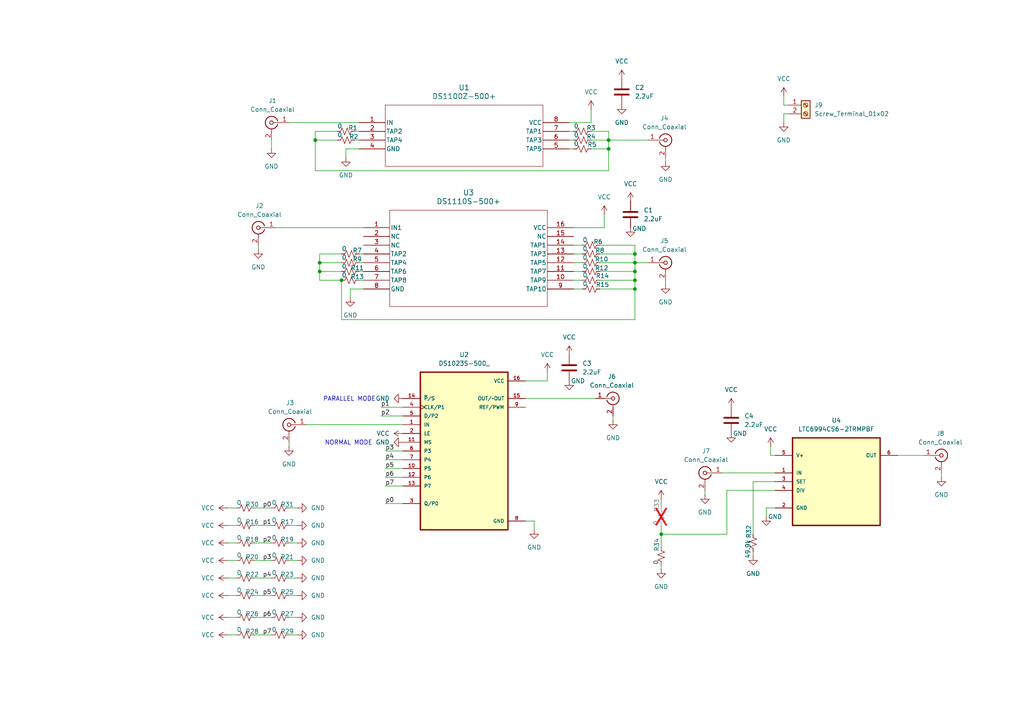
<source format=kicad_sch>
(kicad_sch (version 20231120) (generator "eeschema") (generator_version "8.0")
  (paper "A4")
  (lib_symbols
    (symbol "2024-07-08_22-24-57:DS1100Z-500+" (pin_names (offset 0.254))
      (property "Reference" "U" (at 30.48 10.16 0))
      (property "Value" "DS1100Z-500+" (at 30.48 7.62 0))
      (symbol "DS1100Z-500+_0_1"
        (polyline (pts (xy 7.62 -12.7) (xy 53.34 -12.7)) (stroke (width 0.127)))
        (polyline (pts (xy 7.62 5.08) (xy 7.62 -12.7)) (stroke (width 0.127)))
        (polyline (pts (xy 53.34 -12.7) (xy 53.34 5.08)) (stroke (width 0.127)))
        (polyline (pts (xy 53.34 5.08) (xy 7.62 5.08)) (stroke (width 0.127)))
        (pin input line (at 0 0 0) (length 7.62) (name "IN") (number "1"))
        (pin bidirectional line (at 0 -2.54 0) (length 7.62) (name "TAP2") (number "2"))
        (pin bidirectional line (at 0 -5.08 0) (length 7.62) (name "TAP4") (number "3"))
        (pin power_in line (at 0 -7.62 0) (length 7.62) (name "GND") (number "4"))
        (pin bidirectional line (at 60.96 -7.62 180) (length 7.62) (name "TAP5") (number "5"))
        (pin bidirectional line (at 60.96 -5.08 180) (length 7.62) (name "TAP3") (number "6"))
        (pin bidirectional line (at 60.96 -2.54 180) (length 7.62) (name "TAP1") (number "7"))
        (pin power_in line (at 60.96 0 180) (length 7.62) (name "VCC") (number "8"))
      )
    )
    (symbol "2024-07-08_22-31-41:DS1110S-500+" (pin_names (offset 0.254))
      (property "Reference" "U" (at 30.48 10.16 0))
      (property "Value" "DS1110S-500+" (at 30.48 7.62 0))
      (symbol "DS1110S-500+_0_1"
        (polyline (pts (xy 7.62 -22.86) (xy 53.34 -22.86)) (stroke (width 0.127)))
        (polyline (pts (xy 7.62 5.08) (xy 7.62 -22.86)) (stroke (width 0.127)))
        (polyline (pts (xy 53.34 -22.86) (xy 53.34 5.08)) (stroke (width 0.127)))
        (polyline (pts (xy 53.34 5.08) (xy 7.62 5.08)) (stroke (width 0.127)))
        (pin input line (at 0 0 0) (length 7.62) (name "IN1") (number "1"))
        (pin bidirectional line (at 60.96 -15.24 180) (length 7.62) (name "TAP9") (number "10"))
        (pin bidirectional line (at 60.96 -12.7 180) (length 7.62) (name "TAP7") (number "11"))
        (pin bidirectional line (at 60.96 -10.16 180) (length 7.62) (name "TAP5") (number "12"))
        (pin bidirectional line (at 60.96 -7.62 180) (length 7.62) (name "TAP3") (number "13"))
        (pin bidirectional line (at 60.96 -5.08 180) (length 7.62) (name "TAP1") (number "14"))
        (pin unspecified line (at 60.96 -2.54 180) (length 7.62) (name "NC") (number "15"))
        (pin power_in line (at 60.96 0 180) (length 7.62) (name "VCC") (number "16"))
        (pin unspecified line (at 0 -2.54 0) (length 7.62) (name "NC") (number "2"))
        (pin unspecified line (at 0 -5.08 0) (length 7.62) (name "NC") (number "3"))
        (pin bidirectional line (at 0 -7.62 0) (length 7.62) (name "TAP2") (number "4"))
        (pin bidirectional line (at 0 -10.16 0) (length 7.62) (name "TAP4") (number "5"))
        (pin bidirectional line (at 0 -12.7 0) (length 7.62) (name "TAP6") (number "6"))
        (pin bidirectional line (at 0 -15.24 0) (length 7.62) (name "TAP8") (number "7"))
        (pin power_in line (at 0 -17.78 0) (length 7.62) (name "GND") (number "8"))
        (pin bidirectional line (at 60.96 -17.78 180) (length 7.62) (name "TAP10") (number "9"))
      )
    )
    (symbol "Connector:Conn_Coaxial" (pin_names (offset 1.016) hide)
      (property "Reference" "J" (at 0.254 3.048 0))
      (property "Value" "Conn_Coaxial" (at 2.921 0 90))
      (symbol "Conn_Coaxial_0_1"
        (arc (start -1.778 -0.508) (mid 0.2311 -1.8066) (end 1.778 0) (stroke (width 0.254)))
        (polyline (pts (xy -2.54 0) (xy -0.508 0)))
        (polyline (pts (xy 0 -2.54) (xy 0 -1.778)))
        (circle (center 0 0) (radius 0.508) (stroke (width 0.2032)))
        (arc (start 1.778 0) (mid 0.2099 1.8101) (end -1.778 0.508) (stroke (width 0.254)))
      )
      (symbol "Conn_Coaxial_1_1"
        (pin passive line (at -5.08 0 0) (length 2.54) (name "In") (number "1"))
        (pin passive line (at 0 -5.08 90) (length 2.54) (name "Ext") (number "2"))
      )
    )
    (symbol "Connector:Screw_Terminal_01x02" (pin_names (offset 1.016) hide)
      (property "Reference" "J" (at 0 2.54 0))
      (property "Value" "Screw_Terminal_01x02" (at 0 -5.08 0))
      (symbol "Screw_Terminal_01x02_1_1"
        (rectangle (start -1.27 1.27) (end 1.27 -3.81) (stroke (width 0.254)) (fill (type background)))
        (circle (center 0 -2.54) (radius 0.635) (stroke (width 0.1524)))
        (polyline (pts (xy -0.5334 -2.2098) (xy 0.3302 -3.048)) (stroke (width 0.1524)))
        (polyline (pts (xy -0.5334 0.3302) (xy 0.3302 -0.508)) (stroke (width 0.1524)))
        (polyline (pts (xy -0.3556 -2.032) (xy 0.508 -2.8702)) (stroke (width 0.1524)))
        (polyline (pts (xy -0.3556 0.508) (xy 0.508 -0.3302)) (stroke (width 0.1524)))
        (circle (center 0 0) (radius 0.635) (stroke (width 0.1524)))
        (pin passive line (at -5.08 0 0) (length 3.81) (name "Pin_1") (number "1"))
        (pin passive line (at -5.08 -2.54 0) (length 3.81) (name "Pin_2") (number "2"))
      )
    )
    (symbol "DS1023S-500_:DS1023S-500_" (pin_names (offset 1.016))
      (property "Reference" "U" (at -12.7 23.86 0))
      (property "Value" "DS1023S-500_" (at -12.7 -26.86 0))
      (symbol "DS1023S-500__0_0"
        (rectangle (start -12.7 -22.86) (end 12.7 22.86) (stroke (width 0.41)) (fill (type background)))
        (pin input line (at -17.78 7.62 0) (length 5.08) (name "IN") (number "1"))
        (pin input line (at -17.78 -5.08 0) (length 5.08) (name "P5") (number "10"))
        (pin input line (at -17.78 2.54 0) (length 5.08) (name "MS") (number "11"))
        (pin input line (at -17.78 -7.62 0) (length 5.08) (name "P6") (number "12"))
        (pin input line (at -17.78 -10.16 0) (length 5.08) (name "P7") (number "13"))
        (pin input line (at -17.78 15.24 0) (length 5.08) (name "~{P}/S") (number "14"))
        (pin output line (at 17.78 15.24 180) (length 5.08) (name "OUT/~OUT") (number "15"))
        (pin power_in line (at 17.78 20.32 180) (length 5.08) (name "VCC") (number "16"))
        (pin input line (at -17.78 5.08 0) (length 5.08) (name "LE") (number "2"))
        (pin bidirectional line (at -17.78 -15.24 0) (length 5.08) (name "Q/P0") (number "3"))
        (pin input clock (at -17.78 12.7 0) (length 5.08) (name "CLK/P1") (number "4"))
        (pin input line (at -17.78 10.16 0) (length 5.08) (name "D/P2") (number "5"))
        (pin input line (at -17.78 0 0) (length 5.08) (name "P3") (number "6"))
        (pin input line (at -17.78 -2.54 0) (length 5.08) (name "P4") (number "7"))
        (pin power_in line (at 17.78 -20.32 180) (length 5.08) (name "GND") (number "8"))
        (pin output line (at 17.78 12.7 180) (length 5.08) (name "REF/PWM") (number "9"))
      )
    )
    (symbol "Device:C" (pin_numbers hide) (pin_names (offset 0.254))
      (property "Reference" "C" (at 0.635 2.54 0))
      (property "Value" "C" (at 0.635 -2.54 0))
      (symbol "C_0_1"
        (polyline (pts (xy -2.032 -0.762) (xy 2.032 -0.762)) (stroke (width 0.508)))
        (polyline (pts (xy -2.032 0.762) (xy 2.032 0.762)) (stroke (width 0.508)))
      )
      (symbol "C_1_1"
        (pin passive line (at 0 3.81 270) (length 2.794) (name "~") (number "1"))
        (pin passive line (at 0 -3.81 90) (length 2.794) (name "~") (number "2"))
      )
    )
    (symbol "Device:R_Small_US" (pin_numbers hide) (pin_names (offset 0.254) hide)
      (property "Reference" "R" (at 0.762 0.508 0))
      (property "Value" "R_Small_US" (at 0.762 -1.016 0))
      (symbol "R_Small_US_1_1"
        (polyline (pts (xy 0 0) (xy 1.016 -0.381) (xy 0 -0.762) (xy -1.016 -1.143) (xy 0 -1.524)))
        (polyline (pts (xy 0 1.524) (xy 1.016 1.143) (xy 0 0.762) (xy -1.016 0.381) (xy 0 0)))
        (pin passive line (at 0 2.54 270) (length 1.016) (name "~") (number "1"))
        (pin passive line (at 0 -2.54 90) (length 1.016) (name "~") (number "2"))
      )
    )
    (symbol "LTC6994CS6-2TRMPBF:LTC6994CS6-2TRMPBF" (pin_names (offset 1.016))
      (property "Reference" "U" (at -4.7326 12.8493 0))
      (property "Value" "LTC6994CS6-2TRMPBF" (at -6.4807 -20.3062 0))
      (symbol "LTC6994CS6-2TRMPBF_0_0"
        (rectangle (start -12.7 -15.24) (end 12.7 10.16) (stroke (width 0.4064)) (fill (type background)))
        (pin input line (at -17.78 0 0) (length 5.08) (name "IN") (number "1"))
        (pin passive line (at -17.78 -10.16 0) (length 5.08) (name "GND") (number "2"))
        (pin input line (at -17.78 -2.54 0) (length 5.08) (name "SET") (number "3"))
        (pin input line (at -17.78 -5.08 0) (length 5.08) (name "DIV") (number "4"))
        (pin power_in line (at -17.78 5.08 0) (length 5.08) (name "V+") (number "5"))
        (pin output line (at 17.78 5.08 180) (length 5.08) (name "OUT") (number "6"))
      )
    )
    (symbol "power:GND" (power) (pin_numbers hide) (pin_names (offset 0) hide)
      (property "Value" "GND" (at 0 -3.81 0))
      (symbol "GND_0_1"
        (polyline (pts (xy 0 0) (xy 0 -1.27) (xy 1.27 -1.27) (xy 0 -2.54) (xy -1.27 -1.27) (xy 0 -1.27)))
      )
      (symbol "GND_1_1"
        (pin power_in line (at 0 0 270) (length 0) (name "~") (number "1"))
      )
    )
    (symbol "power:VCC" (power) (pin_numbers hide) (pin_names (offset 0) hide)
      (property "Value" "VCC" (at 0 3.556 0))
      (symbol "VCC_0_1"
        (polyline (pts (xy -0.762 1.27) (xy 0 2.54)))
        (polyline (pts (xy 0 0) (xy 0 2.54)))
        (polyline (pts (xy 0 2.54) (xy 0.762 1.27)))
      )
      (symbol "VCC_1_1"
        (pin power_in line (at 0 0 90) (length 0) (name "~") (number "1"))
      )
    )
  )
  (junction (at 184.15 78.74))
  (junction (at 184.15 81.28))
  (junction (at 99.06 81.28))
  (junction (at 191.77 154.94))
  (junction (at 176.53 40.64))
  (junction (at 176.53 43.18))
  (junction (at 92.71 78.74))
  (junction (at 184.15 73.66))
  (junction (at 184.15 76.2))
  (junction (at 184.15 83.82))
  (junction (at 91.44 40.64))
  (junction (at 92.71 76.2))
  (wire (pts (xy 88.9 123.19) (xy 116.84 123.19)))
  (wire (pts (xy 83.82 184.15) (xy 86.36 184.15)))
  (wire (pts (xy 191.77 144.78) (xy 191.77 147.32)))
  (wire (pts (xy 99.06 81.28) (xy 99.06 92.71)))
  (wire (pts (xy 218.44 160.02) (xy 218.44 161.29)))
  (wire (pts (xy 102.87 40.64) (xy 104.14 40.64)))
  (wire (pts (xy 66.04 179.07) (xy 68.58 179.07)))
  (wire (pts (xy 176.53 38.1) (xy 176.53 40.64)))
  (wire (pts (xy 173.99 76.2) (xy 184.15 76.2)))
  (wire (pts (xy 171.45 31.75) (xy 171.45 35.56)))
  (wire (pts (xy 92.71 76.2) (xy 92.71 78.74)))
  (wire (pts (xy 73.66 162.56) (xy 78.74 162.56)))
  (wire (pts (xy 222.25 147.32) (xy 222.25 149.86)))
  (wire (pts (xy 111.76 130.81) (xy 116.84 130.81)))
  (wire (pts (xy 92.71 73.66) (xy 92.71 76.2)))
  (wire (pts (xy 99.06 73.66) (xy 92.71 73.66)))
  (wire (pts (xy 173.99 81.28) (xy 184.15 81.28)))
  (wire (pts (xy 175.26 66.04) (xy 166.37 66.04)))
  (wire (pts (xy 184.15 76.2) (xy 187.96 76.2)))
  (wire (pts (xy 166.37 71.12) (xy 168.91 71.12)))
  (wire (pts (xy 83.82 179.07) (xy 86.36 179.07)))
  (wire (pts (xy 191.77 154.94) (xy 210.82 154.94)))
  (wire (pts (xy 73.66 157.48) (xy 78.74 157.48)))
  (wire (pts (xy 99.06 81.28) (xy 92.71 81.28)))
  (wire (pts (xy 166.37 73.66) (xy 168.91 73.66)))
  (wire (pts (xy 224.79 147.32) (xy 222.25 147.32)))
  (wire (pts (xy 173.99 83.82) (xy 184.15 83.82)))
  (wire (pts (xy 165.1 40.64) (xy 166.37 40.64)))
  (wire (pts (xy 176.53 40.64) (xy 187.96 40.64)))
  (wire (pts (xy 175.26 62.23) (xy 175.26 66.04)))
  (wire (pts (xy 184.15 92.71) (xy 184.15 83.82)))
  (wire (pts (xy 166.37 81.28) (xy 168.91 81.28)))
  (wire (pts (xy 184.15 71.12) (xy 184.15 73.66)))
  (wire (pts (xy 83.82 128.27) (xy 83.82 129.54)))
  (wire (pts (xy 66.04 152.4) (xy 68.58 152.4)))
  (wire (pts (xy 92.71 78.74) (xy 99.06 78.74)))
  (wire (pts (xy 83.82 152.4) (xy 86.36 152.4)))
  (wire (pts (xy 166.37 76.2) (xy 168.91 76.2)))
  (wire (pts (xy 177.8 120.65) (xy 177.8 121.92)))
  (wire (pts (xy 73.66 147.32) (xy 78.74 147.32)))
  (wire (pts (xy 73.66 179.07) (xy 78.74 179.07)))
  (wire (pts (xy 227.33 30.48) (xy 227.33 27.94)))
  (wire (pts (xy 104.14 73.66) (xy 105.41 73.66)))
  (wire (pts (xy 210.82 142.24) (xy 224.79 142.24)))
  (wire (pts (xy 73.66 152.4) (xy 78.74 152.4)))
  (wire (pts (xy 66.04 184.15) (xy 68.58 184.15)))
  (wire (pts (xy 176.53 43.18) (xy 176.53 40.64)))
  (wire (pts (xy 104.14 76.2) (xy 105.41 76.2)))
  (wire (pts (xy 210.82 142.24) (xy 210.82 154.94)))
  (wire (pts (xy 228.6 30.48) (xy 227.33 30.48)))
  (wire (pts (xy 158.75 107.95) (xy 158.75 110.49)))
  (wire (pts (xy 110.49 120.65) (xy 116.84 120.65)))
  (wire (pts (xy 218.44 139.7) (xy 218.44 154.94)))
  (wire (pts (xy 83.82 147.32) (xy 86.36 147.32)))
  (wire (pts (xy 83.82 172.72) (xy 86.36 172.72)))
  (wire (pts (xy 191.77 163.83) (xy 191.77 165.1)))
  (wire (pts (xy 166.37 78.74) (xy 168.91 78.74)))
  (wire (pts (xy 171.45 35.56) (xy 165.1 35.56)))
  (wire (pts (xy 158.75 110.49) (xy 152.4 110.49)))
  (wire (pts (xy 100.33 43.18) (xy 100.33 45.72)))
  (wire (pts (xy 83.82 162.56) (xy 86.36 162.56)))
  (wire (pts (xy 91.44 38.1) (xy 91.44 40.64)))
  (wire (pts (xy 91.44 40.64) (xy 97.79 40.64)))
  (wire (pts (xy 171.45 43.18) (xy 176.53 43.18)))
  (wire (pts (xy 105.41 83.82) (xy 101.6 83.82)))
  (wire (pts (xy 184.15 76.2) (xy 184.15 73.66)))
  (wire (pts (xy 111.76 146.05) (xy 116.84 146.05)))
  (wire (pts (xy 166.37 83.82) (xy 168.91 83.82)))
  (wire (pts (xy 99.06 92.71) (xy 184.15 92.71)))
  (wire (pts (xy 171.45 38.1) (xy 176.53 38.1)))
  (wire (pts (xy 83.82 167.64) (xy 86.36 167.64)))
  (wire (pts (xy 191.77 154.94) (xy 191.77 158.75)))
  (wire (pts (xy 92.71 76.2) (xy 99.06 76.2)))
  (wire (pts (xy 91.44 40.64) (xy 91.44 49.53)))
  (wire (pts (xy 97.79 38.1) (xy 91.44 38.1)))
  (wire (pts (xy 104.14 78.74) (xy 105.41 78.74)))
  (wire (pts (xy 184.15 81.28) (xy 184.15 78.74)))
  (wire (pts (xy 209.55 137.16) (xy 224.79 137.16)))
  (wire (pts (xy 111.76 140.97) (xy 116.84 140.97)))
  (wire (pts (xy 92.71 78.74) (xy 92.71 81.28)))
  (wire (pts (xy 184.15 78.74) (xy 184.15 76.2)))
  (wire (pts (xy 111.76 138.43) (xy 116.84 138.43)))
  (wire (pts (xy 111.76 133.35) (xy 116.84 133.35)))
  (wire (pts (xy 184.15 83.82) (xy 184.15 81.28)))
  (wire (pts (xy 165.1 38.1) (xy 166.37 38.1)))
  (wire (pts (xy 66.04 162.56) (xy 68.58 162.56)))
  (wire (pts (xy 260.35 132.08) (xy 267.97 132.08)))
  (wire (pts (xy 66.04 157.48) (xy 68.58 157.48)))
  (wire (pts (xy 191.77 152.4) (xy 191.77 154.94)))
  (wire (pts (xy 73.66 167.64) (xy 78.74 167.64)))
  (wire (pts (xy 101.6 83.82) (xy 101.6 86.36)))
  (wire (pts (xy 91.44 49.53) (xy 176.53 49.53)))
  (wire (pts (xy 154.94 151.13) (xy 154.94 153.67)))
  (wire (pts (xy 66.04 147.32) (xy 68.58 147.32)))
  (wire (pts (xy 227.33 33.02) (xy 227.33 35.56)))
  (wire (pts (xy 171.45 40.64) (xy 176.53 40.64)))
  (wire (pts (xy 152.4 115.57) (xy 172.72 115.57)))
  (wire (pts (xy 83.82 35.56) (xy 104.14 35.56)))
  (wire (pts (xy 228.6 33.02) (xy 227.33 33.02)))
  (wire (pts (xy 104.14 43.18) (xy 100.33 43.18)))
  (wire (pts (xy 173.99 78.74) (xy 184.15 78.74)))
  (wire (pts (xy 224.79 139.7) (xy 218.44 139.7)))
  (wire (pts (xy 152.4 151.13) (xy 154.94 151.13)))
  (wire (pts (xy 104.14 81.28) (xy 105.41 81.28)))
  (wire (pts (xy 173.99 71.12) (xy 184.15 71.12)))
  (wire (pts (xy 111.76 135.89) (xy 116.84 135.89)))
  (wire (pts (xy 66.04 167.64) (xy 68.58 167.64)))
  (wire (pts (xy 204.47 142.24) (xy 204.47 143.51)))
  (wire (pts (xy 193.04 81.28) (xy 193.04 82.55)))
  (wire (pts (xy 80.01 66.04) (xy 105.41 66.04)))
  (wire (pts (xy 110.49 118.11) (xy 116.84 118.11)))
  (wire (pts (xy 273.05 137.16) (xy 273.05 138.43)))
  (wire (pts (xy 83.82 157.48) (xy 86.36 157.48)))
  (wire (pts (xy 74.93 71.12) (xy 74.93 72.39)))
  (wire (pts (xy 193.04 45.72) (xy 193.04 46.99)))
  (wire (pts (xy 223.52 132.08) (xy 223.52 129.54)))
  (wire (pts (xy 66.04 172.72) (xy 68.58 172.72)))
  (wire (pts (xy 102.87 38.1) (xy 104.14 38.1)))
  (wire (pts (xy 165.1 43.18) (xy 166.37 43.18)))
  (wire (pts (xy 173.99 73.66) (xy 184.15 73.66)))
  (wire (pts (xy 73.66 184.15) (xy 78.74 184.15)))
  (wire (pts (xy 78.74 40.64) (xy 78.74 43.18)))
  (wire (pts (xy 176.53 49.53) (xy 176.53 43.18)))
  (wire (pts (xy 223.52 132.08) (xy 224.79 132.08)))
  (wire (pts (xy 73.66 172.72) (xy 78.74 172.72)))
  (text "NORMAL MODE" (at 101.092 128.524 0) (effects (font (size 1.27 1.27))))
  (text "PARALLEL MODE" (at 101.346 115.824 0) (effects (font (size 1.27 1.27))))
  (label "p2" (at 76.2 157.48 0))
  (label "p0" (at 111.76 146.05 0))
  (label "p3" (at 76.2 162.56 0))
  (label "p4" (at 111.76 133.35 0))
  (label "p6" (at 111.76 138.43 0))
  (label "p7" (at 76.2 184.15 0))
  (label "p3" (at 111.76 130.81 0))
  (label "p2" (at 110.49 120.65 0))
  (label "p0" (at 76.2 147.32 0))
  (label "p1" (at 110.49 118.11 0))
  (label "p7" (at 111.76 140.97 0))
  (label "p5" (at 111.76 135.89 0))
  (label "p4" (at 76.2 167.64 0))
  (label "p6" (at 76.2 179.07 0))
  (label "p1" (at 76.2 152.4 0))
  (label "p5" (at 76.2 172.72 0))
  (symbol (lib_id "power:GND") (at 74.93 72.39 0) (unit 1)
    (property "Reference" "#PWR02" (effects (hide yes)))
    (property "Value" "GND" (at 74.93 77.47 0))
    (property "Description" "Power symbol creates a global label with name \"GND\" , ground" (effects (hide yes)))
  )
  (symbol (lib_id "power:GND") (at 116.84 128.27 270) (unit 1)
    (property "Reference" "#PWR013" (effects (hide yes)))
    (property "Value" "GND" (at 113.03 128.2699 90) (effects (justify right)))
    (property "Description" "Power symbol creates a global label with name \"GND\" , ground" (effects (hide yes)))
  )
  (symbol (lib_id "Device:R_Small_US") (at 218.44 157.48 180) (unit 1)
    (property "Reference" "R32" (at 217.17 154.178 90))
    (property "Value" "49.9k" (at 216.916 159.258 90))
    (property "Footprint" "Resistor_SMD:R_0603_1608Metric" (effects (hide yes)))
    (property "Description" "Resistor, small US symbol" (effects (hide yes)))
  )
  (symbol (lib_id "Device:R_Small_US") (at 81.28 152.4 90) (unit 1)
    (property "Reference" "R17" (at 83.312 151.384 90))
    (property "Value" "0" (at 79.502 150.876 90))
    (property "Footprint" "Resistor_SMD:R_0603_1608Metric" (effects (hide yes)))
    (property "Description" "Resistor, small US symbol" (effects (hide yes)))
  )
  (symbol (lib_id "Device:R_Small_US") (at 71.12 157.48 90) (unit 1)
    (property "Reference" "R18" (at 73.152 156.464 90))
    (property "Value" "0" (at 69.342 155.956 90))
    (property "Footprint" "Resistor_SMD:R_0603_1608Metric" (effects (hide yes)))
    (property "Description" "Resistor, small US symbol" (effects (hide yes)))
  )
  (symbol (lib_id "power:VCC") (at 165.1 102.87 0) (unit 1)
    (property "Reference" "#PWR016" (effects (hide yes)))
    (property "Value" "VCC" (at 165.1 97.79 0))
    (property "Description" "Power symbol creates a global label with name \"VCC\"" (effects (hide yes)))
  )
  (symbol (lib_id "Device:R_Small_US") (at 71.12 179.07 90) (unit 1)
    (property "Reference" "R26" (at 73.152 178.054 90))
    (property "Value" "0" (at 69.342 177.546 90))
    (property "Footprint" "Resistor_SMD:R_0603_1608Metric" (effects (hide yes)))
    (property "Description" "Resistor, small US symbol" (effects (hide yes)))
  )
  (symbol (lib_id "Device:R_Small_US") (at 171.45 83.82 90) (unit 1)
    (property "Reference" "R15" (at 174.752 82.55 90))
    (property "Value" "0" (at 169.672 82.296 90))
    (property "Footprint" "Resistor_SMD:R_0603_1608Metric" (effects (hide yes)))
    (property "Description" "Resistor, small US symbol" (effects (hide yes)))
  )
  (symbol (lib_id "Device:R_Small_US") (at 171.45 71.12 90) (unit 1)
    (property "Reference" "R6" (at 173.482 70.104 90))
    (property "Value" "0" (at 169.672 69.596 90))
    (property "Footprint" "Resistor_SMD:R_0603_1608Metric" (effects (hide yes)))
    (property "Description" "Resistor, small US symbol" (effects (hide yes)))
  )
  (symbol (lib_id "power:GND") (at 86.36 162.56 90) (unit 1)
    (property "Reference" "#PWR027" (effects (hide yes)))
    (property "Value" "GND" (at 90.17 162.5599 90) (effects (justify right)))
    (property "Description" "Power symbol creates a global label with name \"GND\" , ground" (effects (hide yes)))
  )
  (symbol (lib_id "power:GND") (at 204.47 143.51 0) (unit 1)
    (property "Reference" "#PWR041" (effects (hide yes)))
    (property "Value" "GND" (at 204.47 148.59 0))
    (property "Description" "Power symbol creates a global label with name \"GND\" , ground" (effects (hide yes)))
  )
  (symbol (lib_id "power:GND") (at 182.88 66.04 0) (unit 1)
    (property "Reference" "#PWR019" (effects (hide yes)))
    (property "Value" "GND" (at 185.42 66.294 0))
    (property "Description" "Power symbol creates a global label with name \"GND\" , ground" (effects (hide yes)))
  )
  (symbol (lib_id "power:VCC") (at 182.88 58.42 0) (unit 1)
    (property "Reference" "#PWR018" (effects (hide yes)))
    (property "Value" "VCC" (at 182.88 53.34 0))
    (property "Description" "Power symbol creates a global label with name \"VCC\"" (effects (hide yes)))
  )
  (symbol (lib_id "power:VCC") (at 191.77 144.78 0) (unit 1)
    (property "Reference" "#PWR046" (effects (hide yes)))
    (property "Value" "VCC" (at 191.77 139.7 0))
    (property "Description" "Power symbol creates a global label with name \"VCC\"" (effects (hide yes)))
  )
  (symbol (lib_id "power:GND") (at 86.36 157.48 90) (unit 1)
    (property "Reference" "#PWR025" (effects (hide yes)))
    (property "Value" "GND" (at 90.17 157.4799 90) (effects (justify right)))
    (property "Description" "Power symbol creates a global label with name \"GND\" , ground" (effects (hide yes)))
  )
  (symbol (lib_id "Device:C") (at 180.34 26.67 0) (unit 1)
    (property "Reference" "C2" (at 184.15 25.3999 0) (effects (justify left)))
    (property "Value" "2.2uF" (at 184.15 27.9399 0) (effects (justify left)))
    (property "Footprint" "Capacitor_SMD:C_0805_2012Metric" (effects (hide yes)))
    (property "Description" "Unpolarized capacitor" (effects (hide yes)))
  )
  (symbol (lib_id "power:GND") (at 86.36 147.32 90) (unit 1)
    (property "Reference" "#PWR037" (effects (hide yes)))
    (property "Value" "GND" (at 90.17 147.3199 90) (effects (justify right)))
    (property "Description" "Power symbol creates a global label with name \"GND\" , ground" (effects (hide yes)))
  )
  (symbol (lib_id "Device:R_Small_US") (at 81.28 147.32 90) (unit 1)
    (property "Reference" "R31" (at 83.312 146.304 90))
    (property "Value" "0" (at 79.502 145.796 90))
    (property "Footprint" "Resistor_SMD:R_0603_1608Metric" (effects (hide yes)))
    (property "Description" "Resistor, small US symbol" (effects (hide yes)))
  )
  (symbol (lib_id "Device:R_Small_US") (at 81.28 162.56 90) (unit 1)
    (property "Reference" "R21" (at 83.312 161.544 90))
    (property "Value" "0" (at 79.502 161.036 90))
    (property "Footprint" "Resistor_SMD:R_0603_1608Metric" (effects (hide yes)))
    (property "Description" "Resistor, small US symbol" (effects (hide yes)))
  )
  (symbol (lib_id "Device:R_Small_US") (at 101.6 81.28 90) (unit 1)
    (property "Reference" "R13" (at 103.632 80.264 90))
    (property "Value" "0" (at 99.822 79.756 90))
    (property "Footprint" "Resistor_SMD:R_0603_1608Metric" (effects (hide yes)))
    (property "Description" "Resistor, small US symbol" (effects (hide yes)))
  )
  (symbol (lib_id "power:GND") (at 100.33 45.72 0) (unit 1)
    (property "Reference" "#PWR04" (effects (hide yes)))
    (property "Value" "GND" (at 100.33 50.8 0))
    (property "Description" "Power symbol creates a global label with name \"GND\" , ground" (effects (hide yes)))
  )
  (symbol (lib_id "power:VCC") (at 66.04 147.32 90) (unit 1)
    (property "Reference" "#PWR036" (effects (hide yes)))
    (property "Value" "VCC" (at 62.23 147.3199 90) (effects (justify left)))
    (property "Description" "Power symbol creates a global label with name \"VCC\"" (effects (hide yes)))
  )
  (symbol (lib_id "power:GND") (at 116.84 115.57 270) (unit 1)
    (property "Reference" "#PWR012" (effects (hide yes)))
    (property "Value" "GND" (at 113.03 115.5699 90) (effects (justify right)))
    (property "Description" "Power symbol creates a global label with name \"GND\" , ground" (effects (hide yes)))
  )
  (symbol (lib_id "power:VCC") (at 180.34 22.86 0) (unit 1)
    (property "Reference" "#PWR020" (effects (hide yes)))
    (property "Value" "VCC" (at 180.34 17.78 0))
    (property "Description" "Power symbol creates a global label with name \"VCC\"" (effects (hide yes)))
  )
  (symbol (lib_id "power:VCC") (at 66.04 184.15 90) (unit 1)
    (property "Reference" "#PWR034" (effects (hide yes)))
    (property "Value" "VCC" (at 62.23 184.1499 90) (effects (justify left)))
    (property "Description" "Power symbol creates a global label with name \"VCC\"" (effects (hide yes)))
  )
  (symbol (lib_id "Device:R_Small_US") (at 100.33 40.64 90) (unit 1)
    (property "Reference" "R2" (at 102.616 39.624 90))
    (property "Value" "0" (at 98.552 39.116 90))
    (property "Footprint" "Resistor_SMD:R_0603_1608Metric" (effects (hide yes)))
    (property "Description" "Resistor, small US symbol" (effects (hide yes)))
  )
  (symbol (lib_id "Connector:Conn_Coaxial") (at 273.05 132.08 0) (unit 1)
    (property "Reference" "J8" (at 272.7326 125.73 0))
    (property "Value" "Conn_Coaxial" (at 272.7326 128.27 0))
    (property "Footprint" "Connector_Coaxial:SMA_Amphenol_901-144_Vertical" (effects (hide yes)))
    (property "Datasheet" " ~" (effects (hide yes)))
    (property "Description" "coaxial connector (BNC, SMA, SMB, SMC, Cinch/RCA, LEMO, ...)" (effects (hide yes)))
  )
  (symbol (lib_id "Connector:Conn_Coaxial") (at 204.47 137.16 0) (mirror y) (unit 1)
    (property "Reference" "J7" (at 204.7874 130.81 0))
    (property "Value" "Conn_Coaxial" (at 204.7874 133.35 0))
    (property "Footprint" "Connector_Coaxial:SMA_Amphenol_901-144_Vertical" (effects (hide yes)))
    (property "Datasheet" " ~" (effects (hide yes)))
    (property "Description" "coaxial connector (BNC, SMA, SMB, SMC, Cinch/RCA, LEMO, ...)" (effects (hide yes)))
  )
  (symbol (lib_id "power:GND") (at 86.36 179.07 90) (unit 1)
    (property "Reference" "#PWR033" (effects (hide yes)))
    (property "Value" "GND" (at 90.17 179.0699 90) (effects (justify right)))
    (property "Description" "Power symbol creates a global label with name \"GND\" , ground" (effects (hide yes)))
  )
  (symbol (lib_id "power:GND") (at 227.33 35.56 0) (unit 1)
    (property "Reference" "#PWR048" (effects (hide yes)))
    (property "Value" "GND" (at 227.33 40.64 0))
    (property "Description" "Power symbol creates a global label with name \"GND\" , ground" (effects (hide yes)))
  )
  (symbol (lib_id "power:GND") (at 177.8 121.92 0) (unit 1)
    (property "Reference" "#PWR015" (effects (hide yes)))
    (property "Value" "GND" (at 177.8 127 0))
    (property "Description" "Power symbol creates a global label with name \"GND\" , ground" (effects (hide yes)))
  )
  (symbol (lib_id "power:GND") (at 83.82 129.54 0) (unit 1)
    (property "Reference" "#PWR03" (effects (hide yes)))
    (property "Value" "GND" (at 83.82 134.62 0))
    (property "Description" "Power symbol creates a global label with name \"GND\" , ground" (effects (hide yes)))
  )
  (symbol (lib_id "power:GND") (at 165.1 110.49 0) (unit 1)
    (property "Reference" "#PWR017" (effects (hide yes)))
    (property "Value" "GND" (at 167.64 110.49 0))
    (property "Description" "Power symbol creates a global label with name \"GND\" , ground" (effects (hide yes)))
  )
  (symbol (lib_id "Connector:Conn_Coaxial") (at 193.04 40.64 0) (unit 1)
    (property "Reference" "J4" (at 192.7226 34.29 0))
    (property "Value" "Conn_Coaxial" (at 192.7226 36.83 0))
    (property "Footprint" "Connector_Coaxial:SMA_Amphenol_901-144_Vertical" (effects (hide yes)))
    (property "Datasheet" " ~" (effects (hide yes)))
    (property "Description" "coaxial connector (BNC, SMA, SMB, SMC, Cinch/RCA, LEMO, ...)" (effects (hide yes)))
  )
  (symbol (lib_id "Device:R_Small_US") (at 71.12 172.72 90) (unit 1)
    (property "Reference" "R24" (at 73.152 171.704 90))
    (property "Value" "0" (at 69.342 171.196 90))
    (property "Footprint" "Resistor_SMD:R_0603_1608Metric" (effects (hide yes)))
    (property "Description" "Resistor, small US symbol" (effects (hide yes)))
  )
  (symbol (lib_id "Connector:Conn_Coaxial") (at 83.82 123.19 0) (mirror y) (unit 1)
    (property "Reference" "J3" (at 84.1374 116.84 0))
    (property "Value" "Conn_Coaxial" (at 84.1374 119.38 0))
    (property "Footprint" "Connector_Coaxial:SMA_Amphenol_901-144_Vertical" (effects (hide yes)))
    (property "Datasheet" " ~" (effects (hide yes)))
    (property "Description" "coaxial connector (BNC, SMA, SMB, SMC, Cinch/RCA, LEMO, ...)" (effects (hide yes)))
  )
  (symbol (lib_id "power:VCC") (at 66.04 152.4 90) (unit 1)
    (property "Reference" "#PWR022" (effects (hide yes)))
    (property "Value" "VCC" (at 62.23 152.3999 90) (effects (justify left)))
    (property "Description" "Power symbol creates a global label with name \"VCC\"" (effects (hide yes)))
  )
  (symbol (lib_id "power:GND") (at 212.09 125.73 0) (unit 1)
    (property "Reference" "#PWR039" (effects (hide yes)))
    (property "Value" "GND" (at 214.63 125.73 0))
    (property "Description" "Power symbol creates a global label with name \"GND\" , ground" (effects (hide yes)))
  )
  (symbol (lib_id "Connector:Conn_Coaxial") (at 193.04 76.2 0) (unit 1)
    (property "Reference" "J5" (at 192.7226 69.85 0))
    (property "Value" "Conn_Coaxial" (at 192.7226 72.39 0))
    (property "Footprint" "Connector_Coaxial:SMA_Amphenol_901-144_Vertical" (effects (hide yes)))
    (property "Datasheet" " ~" (effects (hide yes)))
    (property "Description" "coaxial connector (BNC, SMA, SMB, SMC, Cinch/RCA, LEMO, ...)" (effects (hide yes)))
  )
  (symbol (lib_id "power:GND") (at 191.77 165.1 0) (unit 1)
    (property "Reference" "#PWR045" (effects (hide yes)))
    (property "Value" "GND" (at 191.77 170.18 0))
    (property "Description" "Power symbol creates a global label with name \"GND\" , ground" (effects (hide yes)))
  )
  (symbol (lib_id "Device:R_Small_US") (at 191.77 149.86 180) (unit 1) (dnp yes)
    (property "Reference" "R33" (at 190.5 146.558 90))
    (property "Value" "0" (at 190.246 151.638 90))
    (property "Footprint" "Resistor_SMD:R_0603_1608Metric" (effects (hide yes)))
    (property "Description" "Resistor, small US symbol" (effects (hide yes)))
  )
  (symbol (lib_id "power:VCC") (at 66.04 157.48 90) (unit 1)
    (property "Reference" "#PWR024" (effects (hide yes)))
    (property "Value" "VCC" (at 62.23 157.4799 90) (effects (justify left)))
    (property "Description" "Power symbol creates a global label with name \"VCC\"" (effects (hide yes)))
  )
  (symbol (lib_id "power:VCC") (at 66.04 167.64 90) (unit 1)
    (property "Reference" "#PWR028" (effects (hide yes)))
    (property "Value" "VCC" (at 62.23 167.6399 90) (effects (justify left)))
    (property "Description" "Power symbol creates a global label with name \"VCC\"" (effects (hide yes)))
  )
  (symbol (lib_id "Connector:Conn_Coaxial") (at 74.93 66.04 0) (mirror y) (unit 1)
    (property "Reference" "J2" (at 75.2474 59.69 0))
    (property "Value" "Conn_Coaxial" (at 75.2474 62.23 0))
    (property "Footprint" "Connector_Coaxial:SMA_Amphenol_901-144_Vertical" (effects (hide yes)))
    (property "Datasheet" " ~" (effects (hide yes)))
    (property "Description" "coaxial connector (BNC, SMA, SMB, SMC, Cinch/RCA, LEMO, ...)" (effects (hide yes)))
  )
  (symbol (lib_id "Device:R_Small_US") (at 71.12 147.32 90) (unit 1)
    (property "Reference" "R30" (at 73.152 146.304 90))
    (property "Value" "0" (at 69.342 145.796 90))
    (property "Footprint" "Resistor_SMD:R_0603_1608Metric" (effects (hide yes)))
    (property "Description" "Resistor, small US symbol" (effects (hide yes)))
  )
  (symbol (lib_id "Device:R_Small_US") (at 101.6 76.2 90) (unit 1)
    (property "Reference" "R9" (at 103.632 75.184 90))
    (property "Value" "0" (at 99.822 74.676 90))
    (property "Footprint" "Resistor_SMD:R_0603_1608Metric" (effects (hide yes)))
    (property "Description" "Resistor, small US symbol" (effects (hide yes)))
  )
  (symbol (lib_id "Device:R_Small_US") (at 191.77 161.29 180) (unit 1)
    (property "Reference" "R34" (at 190.5 157.988 90))
    (property "Value" "0" (at 190.246 163.068 90))
    (property "Footprint" "Resistor_SMD:R_0603_1608Metric" (effects (hide yes)))
    (property "Description" "Resistor, small US symbol" (effects (hide yes)))
  )
  (symbol (lib_id "LTC6994CS6-2TRMPBF:LTC6994CS6-2TRMPBF") (at 242.57 137.16 0) (unit 1)
    (property "Reference" "U4" (at 242.57 121.92 0))
    (property "Value" "LTC6994CS6-2TRMPBF" (at 242.57 124.46 0))
    (property "Footprint" "footprints:SOT95P280X100-6N" (effects (hide yes)))
    (property "MPN" "LTC6994CS6-2#TRMPBF" (effects (hide yes)))
    (property "OC_FARNELL" "1848061" (effects (hide yes)))
    (property "OC_NEWARK" "24T2709" (effects (hide yes)))
    (property "SUPPLIER" "Linear Technology" (effects (hide yes)))
    (property "PACKAGE" "TSOT-23-6" (effects (hide yes)))
  )
  (symbol (lib_id "power:VCC") (at 158.75 107.95 0) (unit 1)
    (property "Reference" "#PWR07" (effects (hide yes)))
    (property "Value" "VCC" (at 158.75 102.87 0))
    (property "Description" "Power symbol creates a global label with name \"VCC\"" (effects (hide yes)))
  )
  (symbol (lib_id "Connector:Conn_Coaxial") (at 177.8 115.57 0) (unit 1)
    (property "Reference" "J6" (at 177.4826 109.22 0))
    (property "Value" "Conn_Coaxial" (at 177.4826 111.76 0))
    (property "Footprint" "Connector_Coaxial:SMA_Amphenol_901-144_Vertical" (effects (hide yes)))
    (property "Datasheet" " ~" (effects (hide yes)))
    (property "Description" "coaxial connector (BNC, SMA, SMB, SMC, Cinch/RCA, LEMO, ...)" (effects (hide yes)))
  )
  (symbol (lib_id "power:VCC") (at 175.26 62.23 0) (unit 1)
    (property "Reference" "#PWR06" (effects (hide yes)))
    (property "Value" "VCC" (at 175.26 57.15 0))
    (property "Description" "Power symbol creates a global label with name \"VCC\"" (effects (hide yes)))
  )
  (symbol (lib_id "power:VCC") (at 227.33 27.94 0) (unit 1)
    (property "Reference" "#PWR047" (effects (hide yes)))
    (property "Value" "VCC" (at 227.33 22.86 0))
    (property "Description" "Power symbol creates a global label with name \"VCC\"" (effects (hide yes)))
  )
  (symbol (lib_id "Device:R_Small_US") (at 171.45 78.74 90) (unit 1)
    (property "Reference" "R12" (at 174.498 77.724 90))
    (property "Value" "0" (at 169.672 77.216 90))
    (property "Footprint" "Resistor_SMD:R_0603_1608Metric" (effects (hide yes)))
    (property "Description" "Resistor, small US symbol" (effects (hide yes)))
  )
  (symbol (lib_id "power:VCC") (at 212.09 118.11 0) (unit 1)
    (property "Reference" "#PWR038" (effects (hide yes)))
    (property "Value" "VCC" (at 212.09 113.03 0))
    (property "Description" "Power symbol creates a global label with name \"VCC\"" (effects (hide yes)))
  )
  (symbol (lib_id "Device:R_Small_US") (at 71.12 184.15 90) (unit 1)
    (property "Reference" "R28" (at 73.152 183.134 90))
    (property "Value" "0" (at 69.342 182.626 90))
    (property "Footprint" "Resistor_SMD:R_0603_1608Metric" (effects (hide yes)))
    (property "Description" "Resistor, small US symbol" (effects (hide yes)))
  )
  (symbol (lib_id "power:VCC") (at 66.04 162.56 90) (unit 1)
    (property "Reference" "#PWR026" (effects (hide yes)))
    (property "Value" "VCC" (at 62.23 162.5599 90) (effects (justify left)))
    (property "Description" "Power symbol creates a global label with name \"VCC\"" (effects (hide yes)))
  )
  (symbol (lib_id "Device:R_Small_US") (at 81.28 184.15 90) (unit 1)
    (property "Reference" "R29" (at 83.312 183.134 90))
    (property "Value" "0" (at 79.502 182.626 90))
    (property "Footprint" "Resistor_SMD:R_0603_1608Metric" (effects (hide yes)))
    (property "Description" "Resistor, small US symbol" (effects (hide yes)))
  )
  (symbol (lib_id "power:GND") (at 78.74 43.18 0) (unit 1)
    (property "Reference" "#PWR01" (effects (hide yes)))
    (property "Value" "GND" (at 78.74 48.26 0))
    (property "Description" "Power symbol creates a global label with name \"GND\" , ground" (effects (hide yes)))
  )
  (symbol (lib_id "Device:R_Small_US") (at 71.12 162.56 90) (unit 1)
    (property "Reference" "R20" (at 73.152 161.544 90))
    (property "Value" "0" (at 69.342 161.036 90))
    (property "Footprint" "Resistor_SMD:R_0603_1608Metric" (effects (hide yes)))
    (property "Description" "Resistor, small US symbol" (effects (hide yes)))
  )
  (symbol (lib_id "power:GND") (at 193.04 46.99 0) (unit 1)
    (property "Reference" "#PWR010" (effects (hide yes)))
    (property "Value" "GND" (at 193.04 52.07 0))
    (property "Description" "Power symbol creates a global label with name \"GND\" , ground" (effects (hide yes)))
  )
  (symbol (lib_id "power:VCC") (at 66.04 172.72 90) (unit 1)
    (property "Reference" "#PWR030" (effects (hide yes)))
    (property "Value" "VCC" (at 62.23 172.7199 90) (effects (justify left)))
    (property "Description" "Power symbol creates a global label with name \"VCC\"" (effects (hide yes)))
  )
  (symbol (lib_id "Device:R_Small_US") (at 81.28 172.72 90) (unit 1)
    (property "Reference" "R25" (at 83.312 171.704 90))
    (property "Value" "0" (at 79.502 171.196 90))
    (property "Footprint" "Resistor_SMD:R_0603_1608Metric" (effects (hide yes)))
    (property "Description" "Resistor, small US symbol" (effects (hide yes)))
  )
  (symbol (lib_id "Device:R_Small_US") (at 168.91 43.18 90) (unit 1)
    (property "Reference" "R5" (at 171.704 41.91 90))
    (property "Value" "0" (at 167.132 41.656 90))
    (property "Footprint" "Resistor_SMD:R_0603_1608Metric" (effects (hide yes)))
    (property "Description" "Resistor, small US symbol" (effects (hide yes)))
  )
  (symbol (lib_id "power:GND") (at 154.94 153.67 0) (unit 1)
    (property "Reference" "#PWR08" (effects (hide yes)))
    (property "Value" "GND" (at 154.94 158.75 0))
    (property "Description" "Power symbol creates a global label with name \"GND\" , ground" (effects (hide yes)))
  )
  (symbol (lib_id "power:GND") (at 86.36 172.72 90) (unit 1)
    (property "Reference" "#PWR031" (effects (hide yes)))
    (property "Value" "GND" (at 90.17 172.7199 90) (effects (justify right)))
    (property "Description" "Power symbol creates a global label with name \"GND\" , ground" (effects (hide yes)))
  )
  (symbol (lib_id "power:GND") (at 193.04 82.55 0) (unit 1)
    (property "Reference" "#PWR011" (effects (hide yes)))
    (property "Value" "GND" (at 193.04 87.63 0))
    (property "Description" "Power symbol creates a global label with name \"GND\" , ground" (effects (hide yes)))
  )
  (symbol (lib_id "Device:R_Small_US") (at 101.6 73.66 90) (unit 1)
    (property "Reference" "R7" (at 103.632 72.644 90))
    (property "Value" "0" (at 99.822 72.136 90))
    (property "Footprint" "Resistor_SMD:R_0603_1608Metric" (effects (hide yes)))
    (property "Description" "Resistor, small US symbol" (effects (hide yes)))
  )
  (symbol (lib_id "Device:C") (at 165.1 106.68 0) (unit 1)
    (property "Reference" "C3" (at 168.91 105.4099 0) (effects (justify left)))
    (property "Value" "2.2uF" (at 168.91 107.9499 0) (effects (justify left)))
    (property "Footprint" "Capacitor_SMD:C_0805_2012Metric" (effects (hide yes)))
    (property "Description" "Unpolarized capacitor" (effects (hide yes)))
  )
  (symbol (lib_id "Device:R_Small_US") (at 101.6 78.74 90) (unit 1)
    (property "Reference" "R11" (at 103.632 77.724 90))
    (property "Value" "0" (at 99.822 77.216 90))
    (property "Footprint" "Resistor_SMD:R_0603_1608Metric" (effects (hide yes)))
    (property "Description" "Resistor, small US symbol" (effects (hide yes)))
  )
  (symbol (lib_id "Device:R_Small_US") (at 171.45 81.28 90) (unit 1)
    (property "Reference" "R14" (at 174.752 80.01 90))
    (property "Value" "0" (at 169.672 79.756 90))
    (property "Footprint" "Resistor_SMD:R_0603_1608Metric" (effects (hide yes)))
    (property "Description" "Resistor, small US symbol" (effects (hide yes)))
  )
  (symbol (lib_id "Device:R_Small_US") (at 168.91 40.64 90) (unit 1)
    (property "Reference" "R4" (at 171.45 39.624 90))
    (property "Value" "0" (at 167.132 39.116 90))
    (property "Footprint" "Resistor_SMD:R_0603_1608Metric" (effects (hide yes)))
    (property "Description" "Resistor, small US symbol" (effects (hide yes)))
  )
  (symbol (lib_id "power:GND") (at 222.25 149.86 0) (unit 1)
    (property "Reference" "#PWR043" (effects (hide yes)))
    (property "Value" "GND" (at 224.79 149.86 0))
    (property "Description" "Power symbol creates a global label with name \"GND\" , ground" (effects (hide yes)))
  )
  (symbol (lib_id "power:GND") (at 101.6 86.36 0) (unit 1)
    (property "Reference" "#PWR09" (effects (hide yes)))
    (property "Value" "GND" (at 101.6 91.44 0))
    (property "Description" "Power symbol creates a global label with name \"GND\" , ground" (effects (hide yes)))
  )
  (symbol (lib_id "power:GND") (at 180.34 30.48 0) (unit 1)
    (property "Reference" "#PWR021" (effects (hide yes)))
    (property "Value" "GND" (at 180.34 35.56 0))
    (property "Description" "Power symbol creates a global label with name \"GND\" , ground" (effects (hide yes)))
  )
  (symbol (lib_id "2024-07-08_22-24-57:DS1100Z-500+") (at 104.14 35.56 0) (unit 1)
    (property "Reference" "U1" (at 134.62 25.4 0) (effects (font (size 1.524 1.524))))
    (property "Value" "DS1100Z-500+" (at 134.62 27.94 0) (effects (font (size 1.524 1.524))))
    (property "Footprint" "21-0041B_8_MXM" (effects (hide yes)))
    (property "Datasheet" "DS1100Z-500+" (effects (hide yes)))
  )
  (symbol (lib_id "Device:C") (at 212.09 121.92 0) (unit 1)
    (property "Reference" "C4" (at 215.9 120.6499 0) (effects (justify left)))
    (property "Value" "2.2uF" (at 215.9 123.1899 0) (effects (justify left)))
    (property "Footprint" "Capacitor_SMD:C_0805_2012Metric" (effects (hide yes)))
    (property "Description" "Unpolarized capacitor" (effects (hide yes)))
  )
  (symbol (lib_id "Device:R_Small_US") (at 71.12 152.4 90) (unit 1)
    (property "Reference" "R16" (at 73.152 151.384 90))
    (property "Value" "0" (at 69.342 150.876 90))
    (property "Footprint" "Resistor_SMD:R_0603_1608Metric" (effects (hide yes)))
    (property "Description" "Resistor, small US symbol" (effects (hide yes)))
  )
  (symbol (lib_id "power:GND") (at 86.36 152.4 90) (unit 1)
    (property "Reference" "#PWR023" (effects (hide yes)))
    (property "Value" "GND" (at 90.17 152.3999 90) (effects (justify right)))
    (property "Description" "Power symbol creates a global label with name \"GND\" , ground" (effects (hide yes)))
  )
  (symbol (lib_id "power:VCC") (at 223.52 129.54 0) (unit 1)
    (property "Reference" "#PWR040" (effects (hide yes)))
    (property "Value" "VCC" (at 223.52 124.46 0))
    (property "Description" "Power symbol creates a global label with name \"VCC\"" (effects (hide yes)))
  )
  (symbol (lib_id "power:GND") (at 218.44 161.29 0) (unit 1)
    (property "Reference" "#PWR044" (effects (hide yes)))
    (property "Value" "GND" (at 218.44 166.37 0))
    (property "Description" "Power symbol creates a global label with name \"GND\" , ground" (effects (hide yes)))
  )
  (symbol (lib_id "DS1023S-500_:DS1023S-500_") (at 134.62 130.81 0) (unit 1)
    (property "Reference" "U2" (at 134.62 102.87 0))
    (property "Value" "DS1023S-500_" (at 134.62 105.41 0))
    (property "Footprint" "footprints:SOIC127P1032X265-16N" (effects (hide yes)))
  )
  (symbol (lib_id "power:VCC") (at 66.04 179.07 90) (unit 1)
    (property "Reference" "#PWR032" (effects (hide yes)))
    (property "Value" "VCC" (at 62.23 179.0699 90) (effects (justify left)))
    (property "Description" "Power symbol creates a global label with name \"VCC\"" (effects (hide yes)))
  )
  (symbol (lib_id "Device:R_Small_US") (at 171.45 76.2 90) (unit 1)
    (property "Reference" "R10" (at 174.498 75.184 90))
    (property "Value" "0" (at 169.672 74.676 90))
    (property "Footprint" "Resistor_SMD:R_0603_1608Metric" (effects (hide yes)))
    (property "Description" "Resistor, small US symbol" (effects (hide yes)))
  )
  (symbol (lib_id "power:VCC") (at 171.45 31.75 0) (unit 1)
    (property "Reference" "#PWR05" (effects (hide yes)))
    (property "Value" "VCC" (at 171.45 26.67 0))
    (property "Description" "Power symbol creates a global label with name \"VCC\"" (effects (hide yes)))
  )
  (symbol (lib_id "2024-07-08_22-31-41:DS1110S-500+") (at 105.41 66.04 0) (unit 1)
    (property "Reference" "U3" (at 135.89 55.88 0) (effects (font (size 1.524 1.524))))
    (property "Value" "DS1110S-500+" (at 135.89 58.42 0) (effects (font (size 1.524 1.524))))
    (property "Footprint" "21-0042B_16_MXM" (effects (hide yes)))
    (property "Datasheet" "DS1110S-500+" (effects (hide yes)))
  )
  (symbol (lib_id "Device:R_Small_US") (at 71.12 167.64 90) (unit 1)
    (property "Reference" "R22" (at 73.152 166.624 90))
    (property "Value" "0" (at 69.342 166.116 90))
    (property "Footprint" "Resistor_SMD:R_0603_1608Metric" (effects (hide yes)))
    (property "Description" "Resistor, small US symbol" (effects (hide yes)))
  )
  (symbol (lib_id "Device:C") (at 182.88 62.23 0) (unit 1)
    (property "Reference" "C1" (at 186.69 60.9599 0) (effects (justify left)))
    (property "Value" "2.2uF" (at 186.69 63.4999 0) (effects (justify left)))
    (property "Footprint" "Capacitor_SMD:C_0805_2012Metric" (effects (hide yes)))
    (property "Description" "Unpolarized capacitor" (effects (hide yes)))
  )
  (symbol (lib_id "Device:R_Small_US") (at 81.28 157.48 90) (unit 1)
    (property "Reference" "R19" (at 83.312 156.464 90))
    (property "Value" "0" (at 79.502 155.956 90))
    (property "Footprint" "Resistor_SMD:R_0603_1608Metric" (effects (hide yes)))
    (property "Description" "Resistor, small US symbol" (effects (hide yes)))
  )
  (symbol (lib_id "Device:R_Small_US") (at 81.28 179.07 90) (unit 1)
    (property "Reference" "R27" (at 83.312 178.054 90))
    (property "Value" "0" (at 79.502 177.546 90))
    (property "Footprint" "Resistor_SMD:R_0603_1608Metric" (effects (hide yes)))
    (property "Description" "Resistor, small US symbol" (effects (hide yes)))
  )
  (symbol (lib_id "Device:R_Small_US") (at 168.91 38.1 90) (unit 1)
    (property "Reference" "R3" (at 171.45 37.084 90))
    (property "Value" "0" (at 167.132 36.576 90))
    (property "Footprint" "Resistor_SMD:R_0603_1608Metric" (effects (hide yes)))
    (property "Description" "Resistor, small US symbol" (effects (hide yes)))
  )
  (symbol (lib_id "power:GND") (at 86.36 184.15 90) (unit 1)
    (property "Reference" "#PWR035" (effects (hide yes)))
    (property "Value" "GND" (at 90.17 184.1499 90) (effects (justify right)))
    (property "Description" "Power symbol creates a global label with name \"GND\" , ground" (effects (hide yes)))
  )
  (symbol (lib_id "Device:R_Small_US") (at 100.33 38.1 90) (unit 1)
    (property "Reference" "R1" (at 102.362 37.084 90))
    (property "Value" "0" (at 98.552 36.576 90))
    (property "Footprint" "Resistor_SMD:R_0603_1608Metric" (effects (hide yes)))
    (property "Description" "Resistor, small US symbol" (effects (hide yes)))
  )
  (symbol (lib_id "power:VCC") (at 116.84 125.73 90) (unit 1)
    (property "Reference" "#PWR014" (effects (hide yes)))
    (property "Value" "VCC" (at 113.03 125.7299 90) (effects (justify left)))
    (property "Description" "Power symbol creates a global label with name \"VCC\"" (effects (hide yes)))
  )
  (symbol (lib_id "power:GND") (at 86.36 167.64 90) (unit 1)
    (property "Reference" "#PWR029" (effects (hide yes)))
    (property "Value" "GND" (at 90.17 167.6399 90) (effects (justify right)))
    (property "Description" "Power symbol creates a global label with name \"GND\" , ground" (effects (hide yes)))
  )
  (symbol (lib_id "Connector:Screw_Terminal_01x02") (at 233.68 30.48 0) (unit 1)
    (property "Reference" "J9" (at 236.22 30.4799 0) (effects (justify left)))
    (property "Value" "Screw_Terminal_01x02" (at 236.22 33.0199 0) (effects (justify left)))
    (property "Footprint" "TerminalBlock_4Ucon:TerminalBlock_4Ucon_1x02_P3.50mm_Horizontal" (effects (hide yes)))
    (property "Description" "Generic screw terminal, single row, 01x02, script generated (kicad-library-utils/schlib/autogen/connector/)" (effects (hide yes)))
  )
  (symbol (lib_id "Device:R_Small_US") (at 171.45 73.66 90) (unit 1)
    (property "Reference" "R8" (at 173.99 72.644 90))
    (property "Value" "0" (at 169.672 72.136 90))
    (property "Footprint" "Resistor_SMD:R_0603_1608Metric" (effects (hide yes)))
    (property "Description" "Resistor, small US symbol" (effects (hide yes)))
  )
  (symbol (lib_id "power:GND") (at 273.05 138.43 0) (mirror y) (unit 1)
    (property "Reference" "#PWR042" (effects (hide yes)))
    (property "Value" "GND" (at 273.05 143.51 0))
    (property "Description" "Power symbol creates a global label with name \"GND\" , ground" (effects (hide yes)))
  )
  (symbol (lib_id "Connector:Conn_Coaxial") (at 78.74 35.56 0) (mirror y) (unit 1)
    (property "Reference" "J1" (at 79.0574 29.21 0))
    (property "Value" "Conn_Coaxial" (at 79.0574 31.75 0))
    (property "Footprint" "Connector_Coaxial:SMA_Amphenol_901-144_Vertical" (effects (hide yes)))
    (property "Datasheet" " ~" (effects (hide yes)))
    (property "Description" "coaxial connector (BNC, SMA, SMB, SMC, Cinch/RCA, LEMO, ...)" (effects (hide yes)))
  )
  (symbol (lib_id "Device:R_Small_US") (at 81.28 167.64 90) (unit 1)
    (property "Reference" "R23" (at 83.312 166.624 90))
    (property "Value" "0" (at 79.502 166.116 90))
    (property "Footprint" "Resistor_SMD:R_0603_1608Metric" (effects (hide yes)))
    (property "Description" "Resistor, small US symbol" (effects (hide yes)))
  )
)
</source>
